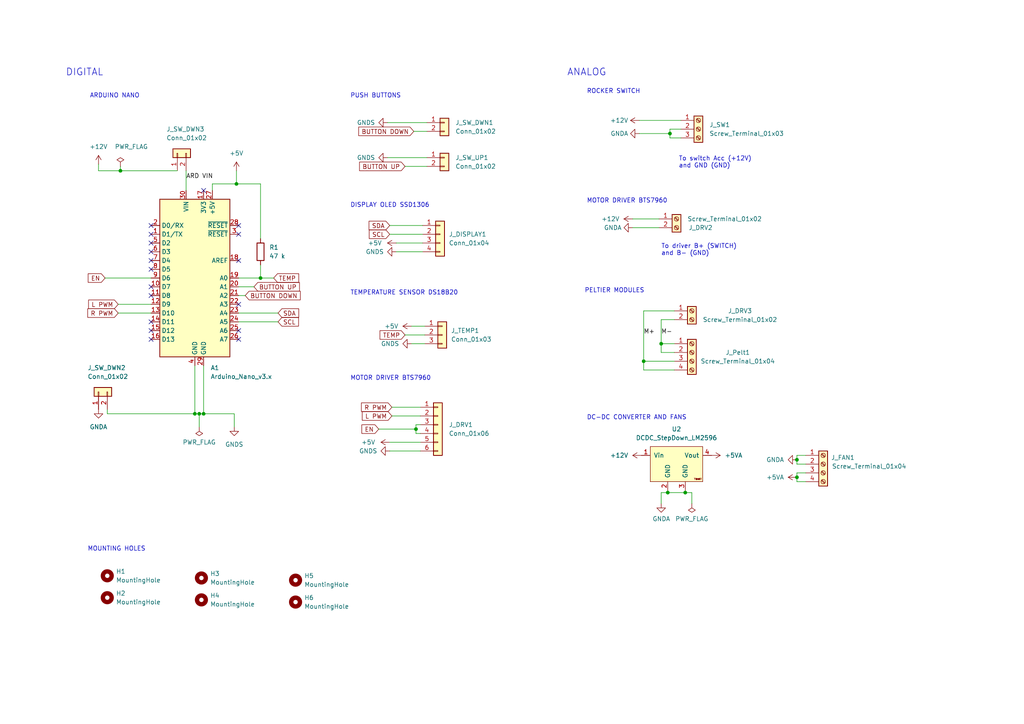
<source format=kicad_sch>
(kicad_sch (version 20211123) (generator eeschema)
  (paper "A4")
  (lib_symbols
    (symbol "Components:YAAJ_DCDC_StepDown_LM2596" (pin_names (offset 1.016))
      (property "Reference" "U" (at -5.08 6.35 0))
      (property "Value" "YAAJ_DCDC_StepDown_LM2596" (at 0 11.43 0))
      (symbol "YAAJ_DCDC_StepDown_LM2596_0_1"
        (rectangle (start -7.62 5.08) (end 7.62 -5.08) (fill (type background)))
      )
      (symbol "YAAJ_DCDC_StepDown_LM2596_1_1"
        (text "Y@@V" (at 6.1976 -4.2672 0) (effects (font (size 0.508 0.508))))
        (pin power_in line (at -10.16 2.54 0) (length 2.54) (name "Vin") (number "1"))
        (pin power_in line (at -2.54 -7.62 90) (length 2.54) (name "GND") (number "2"))
        (pin power_in line (at 2.54 -7.62 90) (length 2.54) (name "GND") (number "3"))
        (pin power_out line (at 10.16 2.54 180) (length 2.54) (name "Vout") (number "4"))
      )
    )
    (symbol "Connector:Screw_Terminal_01x02" (pin_names (offset 1.016) hide)
      (property "Reference" "J" (at 0 2.54 0))
      (property "Value" "Screw_Terminal_01x02" (at 0 -5.08 0))
      (symbol "Screw_Terminal_01x02_1_1"
        (rectangle (start -1.27 1.27) (end 1.27 -3.81) (stroke (width 0.254)) (fill (type background)))
        (circle (center 0 -2.54) (radius 0.635) (stroke (width 0.1524)))
        (polyline (pts (xy -0.5334 -2.2098) (xy 0.3302 -3.048)) (stroke (width 0.1524)))
        (polyline (pts (xy -0.5334 0.3302) (xy 0.3302 -0.508)) (stroke (width 0.1524)))
        (polyline (pts (xy -0.3556 -2.032) (xy 0.508 -2.8702)) (stroke (width 0.1524)))
        (polyline (pts (xy -0.3556 0.508) (xy 0.508 -0.3302)) (stroke (width 0.1524)))
        (circle (center 0 0) (radius 0.635) (stroke (width 0.1524)))
        (pin passive line (at -5.08 0 0) (length 3.81) (name "Pin_1") (number "1"))
        (pin passive line (at -5.08 -2.54 0) (length 3.81) (name "Pin_2") (number "2"))
      )
    )
    (symbol "Connector:Screw_Terminal_01x03" (pin_names (offset 1.016) hide)
      (property "Reference" "J" (at 0 5.08 0))
      (property "Value" "Screw_Terminal_01x03" (at 0 -5.08 0))
      (symbol "Screw_Terminal_01x03_1_1"
        (rectangle (start -1.27 3.81) (end 1.27 -3.81) (stroke (width 0.254)) (fill (type background)))
        (circle (center 0 -2.54) (radius 0.635) (stroke (width 0.1524)))
        (polyline (pts (xy -0.5334 -2.2098) (xy 0.3302 -3.048)) (stroke (width 0.1524)))
        (polyline (pts (xy -0.5334 0.3302) (xy 0.3302 -0.508)) (stroke (width 0.1524)))
        (polyline (pts (xy -0.5334 2.8702) (xy 0.3302 2.032)) (stroke (width 0.1524)))
        (polyline (pts (xy -0.3556 -2.032) (xy 0.508 -2.8702)) (stroke (width 0.1524)))
        (polyline (pts (xy -0.3556 0.508) (xy 0.508 -0.3302)) (stroke (width 0.1524)))
        (polyline (pts (xy -0.3556 3.048) (xy 0.508 2.2098)) (stroke (width 0.1524)))
        (circle (center 0 0) (radius 0.635) (stroke (width 0.1524)))
        (circle (center 0 2.54) (radius 0.635) (stroke (width 0.1524)))
        (pin passive line (at -5.08 2.54 0) (length 3.81) (name "Pin_1") (number "1"))
        (pin passive line (at -5.08 0 0) (length 3.81) (name "Pin_2") (number "2"))
        (pin passive line (at -5.08 -2.54 0) (length 3.81) (name "Pin_3") (number "3"))
      )
    )
    (symbol "Connector:Screw_Terminal_01x04" (pin_names (offset 1.016) hide)
      (property "Reference" "J" (at 0 5.08 0))
      (property "Value" "Screw_Terminal_01x04" (at 0 -7.62 0))
      (symbol "Screw_Terminal_01x04_1_1"
        (rectangle (start -1.27 3.81) (end 1.27 -6.35) (stroke (width 0.254)) (fill (type background)))
        (circle (center 0 -5.08) (radius 0.635) (stroke (width 0.1524)))
        (circle (center 0 -2.54) (radius 0.635) (stroke (width 0.1524)))
        (polyline (pts (xy -0.5334 -4.7498) (xy 0.3302 -5.588)) (stroke (width 0.1524)))
        (polyline (pts (xy -0.5334 -2.2098) (xy 0.3302 -3.048)) (stroke (width 0.1524)))
        (polyline (pts (xy -0.5334 0.3302) (xy 0.3302 -0.508)) (stroke (width 0.1524)))
        (polyline (pts (xy -0.5334 2.8702) (xy 0.3302 2.032)) (stroke (width 0.1524)))
        (polyline (pts (xy -0.3556 -4.572) (xy 0.508 -5.4102)) (stroke (width 0.1524)))
        (polyline (pts (xy -0.3556 -2.032) (xy 0.508 -2.8702)) (stroke (width 0.1524)))
        (polyline (pts (xy -0.3556 0.508) (xy 0.508 -0.3302)) (stroke (width 0.1524)))
        (polyline (pts (xy -0.3556 3.048) (xy 0.508 2.2098)) (stroke (width 0.1524)))
        (circle (center 0 0) (radius 0.635) (stroke (width 0.1524)))
        (circle (center 0 2.54) (radius 0.635) (stroke (width 0.1524)))
        (pin passive line (at -5.08 2.54 0) (length 3.81) (name "Pin_1") (number "1"))
        (pin passive line (at -5.08 0 0) (length 3.81) (name "Pin_2") (number "2"))
        (pin passive line (at -5.08 -2.54 0) (length 3.81) (name "Pin_3") (number "3"))
        (pin passive line (at -5.08 -5.08 0) (length 3.81) (name "Pin_4") (number "4"))
      )
    )
    (symbol "Connector_Generic:Conn_01x02" (pin_names (offset 1.016) hide)
      (property "Reference" "J" (at 0 2.54 0))
      (property "Value" "Conn_01x02" (at 0 -5.08 0))
      (symbol "Conn_01x02_1_1"
        (rectangle (start -1.27 -2.413) (end 0 -2.667) (stroke (width 0.1524)))
        (rectangle (start -1.27 0.127) (end 0 -0.127) (stroke (width 0.1524)))
        (rectangle (start -1.27 1.27) (end 1.27 -3.81) (stroke (width 0.254)) (fill (type background)))
        (pin passive line (at -5.08 0 0) (length 3.81) (name "Pin_1") (number "1"))
        (pin passive line (at -5.08 -2.54 0) (length 3.81) (name "Pin_2") (number "2"))
      )
    )
    (symbol "Connector_Generic:Conn_01x03" (pin_names (offset 1.016) hide)
      (property "Reference" "J" (at 0 5.08 0))
      (property "Value" "Conn_01x03" (at 0 -5.08 0))
      (symbol "Conn_01x03_1_1"
        (rectangle (start -1.27 -2.413) (end 0 -2.667) (stroke (width 0.1524)))
        (rectangle (start -1.27 0.127) (end 0 -0.127) (stroke (width 0.1524)))
        (rectangle (start -1.27 2.667) (end 0 2.413) (stroke (width 0.1524)))
        (rectangle (start -1.27 3.81) (end 1.27 -3.81) (stroke (width 0.254)) (fill (type background)))
        (pin passive line (at -5.08 2.54 0) (length 3.81) (name "Pin_1") (number "1"))
        (pin passive line (at -5.08 0 0) (length 3.81) (name "Pin_2") (number "2"))
        (pin passive line (at -5.08 -2.54 0) (length 3.81) (name "Pin_3") (number "3"))
      )
    )
    (symbol "Connector_Generic:Conn_01x04" (pin_names (offset 1.016) hide)
      (property "Reference" "J" (at 0 5.08 0))
      (property "Value" "Conn_01x04" (at 0 -7.62 0))
      (symbol "Conn_01x04_1_1"
        (rectangle (start -1.27 -4.953) (end 0 -5.207) (stroke (width 0.1524)))
        (rectangle (start -1.27 -2.413) (end 0 -2.667) (stroke (width 0.1524)))
        (rectangle (start -1.27 0.127) (end 0 -0.127) (stroke (width 0.1524)))
        (rectangle (start -1.27 2.667) (end 0 2.413) (stroke (width 0.1524)))
        (rectangle (start -1.27 3.81) (end 1.27 -6.35) (stroke (width 0.254)) (fill (type background)))
        (pin passive line (at -5.08 2.54 0) (length 3.81) (name "Pin_1") (number "1"))
        (pin passive line (at -5.08 0 0) (length 3.81) (name "Pin_2") (number "2"))
        (pin passive line (at -5.08 -2.54 0) (length 3.81) (name "Pin_3") (number "3"))
        (pin passive line (at -5.08 -5.08 0) (length 3.81) (name "Pin_4") (number "4"))
      )
    )
    (symbol "Connector_Generic:Conn_01x06" (pin_names (offset 1.016) hide)
      (property "Reference" "J" (at 0 7.62 0))
      (property "Value" "Conn_01x06" (at 0 -10.16 0))
      (symbol "Conn_01x06_1_1"
        (rectangle (start -1.27 -7.493) (end 0 -7.747) (stroke (width 0.1524)))
        (rectangle (start -1.27 -4.953) (end 0 -5.207) (stroke (width 0.1524)))
        (rectangle (start -1.27 -2.413) (end 0 -2.667) (stroke (width 0.1524)))
        (rectangle (start -1.27 0.127) (end 0 -0.127) (stroke (width 0.1524)))
        (rectangle (start -1.27 2.667) (end 0 2.413) (stroke (width 0.1524)))
        (rectangle (start -1.27 5.207) (end 0 4.953) (stroke (width 0.1524)))
        (rectangle (start -1.27 6.35) (end 1.27 -8.89) (stroke (width 0.254)) (fill (type background)))
        (pin passive line (at -5.08 5.08 0) (length 3.81) (name "Pin_1") (number "1"))
        (pin passive line (at -5.08 2.54 0) (length 3.81) (name "Pin_2") (number "2"))
        (pin passive line (at -5.08 0 0) (length 3.81) (name "Pin_3") (number "3"))
        (pin passive line (at -5.08 -2.54 0) (length 3.81) (name "Pin_4") (number "4"))
        (pin passive line (at -5.08 -5.08 0) (length 3.81) (name "Pin_5") (number "5"))
        (pin passive line (at -5.08 -7.62 0) (length 3.81) (name "Pin_6") (number "6"))
      )
    )
    (symbol "Device:R" (pin_numbers hide) (pin_names (offset 0))
      (property "Reference" "R" (at 2.032 0 90))
      (property "Value" "R" (at 0 0 90))
      (symbol "R_0_1"
        (rectangle (start -1.016 -2.54) (end 1.016 2.54) (stroke (width 0.254)))
      )
      (symbol "R_1_1"
        (pin passive line (at 0 3.81 270) (length 1.27) (name "~") (number "1"))
        (pin passive line (at 0 -3.81 90) (length 1.27) (name "~") (number "2"))
      )
    )
    (symbol "MCU_Module:Arduino_Nano_v3.x"
      (property "Reference" "A" (at -10.16 23.495 0))
      (property "Value" "Arduino_Nano_v3.x" (at 5.08 -24.13 0))
      (symbol "Arduino_Nano_v3.x_0_1"
        (rectangle (start -10.16 22.86) (end 10.16 -22.86) (stroke (width 0.254)) (fill (type background)))
      )
      (symbol "Arduino_Nano_v3.x_1_1"
        (pin bidirectional line (at -12.7 12.7 0) (length 2.54) (name "D1/TX") (number "1"))
        (pin bidirectional line (at -12.7 -2.54 0) (length 2.54) (name "D7") (number "10"))
        (pin bidirectional line (at -12.7 -5.08 0) (length 2.54) (name "D8") (number "11"))
        (pin bidirectional line (at -12.7 -7.62 0) (length 2.54) (name "D9") (number "12"))
        (pin bidirectional line (at -12.7 -10.16 0) (length 2.54) (name "D10") (number "13"))
        (pin bidirectional line (at -12.7 -12.7 0) (length 2.54) (name "D11") (number "14"))
        (pin bidirectional line (at -12.7 -15.24 0) (length 2.54) (name "D12") (number "15"))
        (pin bidirectional line (at -12.7 -17.78 0) (length 2.54) (name "D13") (number "16"))
        (pin power_out line (at 2.54 25.4 270) (length 2.54) (name "3V3") (number "17"))
        (pin input line (at 12.7 5.08 180) (length 2.54) (name "AREF") (number "18"))
        (pin bidirectional line (at 12.7 0 180) (length 2.54) (name "A0") (number "19"))
        (pin bidirectional line (at -12.7 15.24 0) (length 2.54) (name "D0/RX") (number "2"))
        (pin bidirectional line (at 12.7 -2.54 180) (length 2.54) (name "A1") (number "20"))
        (pin bidirectional line (at 12.7 -5.08 180) (length 2.54) (name "A2") (number "21"))
        (pin bidirectional line (at 12.7 -7.62 180) (length 2.54) (name "A3") (number "22"))
        (pin bidirectional line (at 12.7 -10.16 180) (length 2.54) (name "A4") (number "23"))
        (pin bidirectional line (at 12.7 -12.7 180) (length 2.54) (name "A5") (number "24"))
        (pin bidirectional line (at 12.7 -15.24 180) (length 2.54) (name "A6") (number "25"))
        (pin bidirectional line (at 12.7 -17.78 180) (length 2.54) (name "A7") (number "26"))
        (pin power_out line (at 5.08 25.4 270) (length 2.54) (name "+5V") (number "27"))
        (pin input line (at 12.7 15.24 180) (length 2.54) (name "~{RESET}") (number "28"))
        (pin power_in line (at 2.54 -25.4 90) (length 2.54) (name "GND") (number "29"))
        (pin input line (at 12.7 12.7 180) (length 2.54) (name "~{RESET}") (number "3"))
        (pin power_in line (at -2.54 25.4 270) (length 2.54) (name "VIN") (number "30"))
        (pin power_in line (at 0 -25.4 90) (length 2.54) (name "GND") (number "4"))
        (pin bidirectional line (at -12.7 10.16 0) (length 2.54) (name "D2") (number "5"))
        (pin bidirectional line (at -12.7 7.62 0) (length 2.54) (name "D3") (number "6"))
        (pin bidirectional line (at -12.7 5.08 0) (length 2.54) (name "D4") (number "7"))
        (pin bidirectional line (at -12.7 2.54 0) (length 2.54) (name "D5") (number "8"))
        (pin bidirectional line (at -12.7 0 0) (length 2.54) (name "D6") (number "9"))
      )
    )
    (symbol "Mechanical:MountingHole" (pin_names (offset 1.016))
      (property "Reference" "H" (at 0 5.08 0))
      (property "Value" "MountingHole" (at 0 3.175 0))
      (symbol "MountingHole_0_1"
        (circle (center 0 0) (radius 1.27) (stroke (width 1.27)))
      )
    )
    (symbol "power:+12V" (power) (pin_names (offset 0))
      (property "Value" "+12V" (at 0 3.556 0))
      (symbol "+12V_0_1"
        (polyline (pts (xy -0.762 1.27) (xy 0 2.54)))
        (polyline (pts (xy 0 0) (xy 0 2.54)))
        (polyline (pts (xy 0 2.54) (xy 0.762 1.27)))
      )
      (symbol "+12V_1_1"
        (pin power_in line (at 0 0 90) (length 0) hide (name "+12V") (number "1"))
      )
    )
    (symbol "power:+5V" (power) (pin_names (offset 0))
      (property "Value" "+5V" (at 0 3.556 0))
      (symbol "+5V_0_1"
        (polyline (pts (xy -0.762 1.27) (xy 0 2.54)))
        (polyline (pts (xy 0 0) (xy 0 2.54)))
        (polyline (pts (xy 0 2.54) (xy 0.762 1.27)))
      )
      (symbol "+5V_1_1"
        (pin power_in line (at 0 0 90) (length 0) hide (name "+5V") (number "1"))
      )
    )
    (symbol "power:+5VA" (power) (pin_names (offset 0))
      (property "Value" "+5VA" (at 0 3.556 0))
      (symbol "+5VA_0_1"
        (polyline (pts (xy -0.762 1.27) (xy 0 2.54)))
        (polyline (pts (xy 0 0) (xy 0 2.54)))
        (polyline (pts (xy 0 2.54) (xy 0.762 1.27)))
      )
      (symbol "+5VA_1_1"
        (pin power_in line (at 0 0 90) (length 0) hide (name "+5VA") (number "1"))
      )
    )
    (symbol "power:GNDA" (power) (pin_names (offset 0))
      (property "Value" "GNDA" (at 0 -3.81 0))
      (symbol "GNDA_0_1"
        (polyline (pts (xy 0 0) (xy 0 -1.27) (xy 1.27 -1.27) (xy 0 -2.54) (xy -1.27 -1.27) (xy 0 -1.27)))
      )
      (symbol "GNDA_1_1"
        (pin power_in line (at 0 0 270) (length 0) hide (name "GNDA") (number "1"))
      )
    )
    (symbol "power:GNDS" (power) (pin_names (offset 0))
      (property "Value" "GNDS" (at 0 -3.81 0))
      (symbol "GNDS_0_1"
        (polyline (pts (xy 0 0) (xy 0 -1.27) (xy 1.27 -1.27) (xy 0 -2.54) (xy -1.27 -1.27) (xy 0 -1.27)))
      )
      (symbol "GNDS_1_1"
        (pin power_in line (at 0 0 270) (length 0) hide (name "GNDS") (number "1"))
      )
    )
    (symbol "power:PWR_FLAG" (power) (pin_numbers hide) (pin_names (offset 0) hide)
      (property "Value" "PWR_FLAG" (at 0 3.81 0))
      (symbol "PWR_FLAG_0_0"
        (pin power_out line (at 0 0 90) (length 0) (name "pwr") (number "1"))
      )
      (symbol "PWR_FLAG_0_1"
        (polyline (pts (xy 0 0) (xy 0 1.27) (xy -1.016 1.905) (xy 0 2.54) (xy 1.016 1.905) (xy 0 1.27)))
      )
    )
  )
  (junction (at 231.14 133.35))
  (junction (at 59.055 120.015))
  (junction (at 34.925 49.53))
  (junction (at 231.14 138.43))
  (junction (at 56.515 120.015))
  (junction (at 57.785 120.015))
  (junction (at 68.58 53.34))
  (junction (at 193.675 142.875))
  (junction (at 75.565 80.645))
  (junction (at 191.77 99.695))
  (junction (at 120.65 124.46))
  (junction (at 186.69 104.775))
  (junction (at 198.755 142.875))
  (junction (at 194.31 38.735))
  (no_connect (at 43.815 93.345))
  (no_connect (at 69.215 65.405))
  (no_connect (at 69.215 67.945))
  (no_connect (at 43.815 67.945))
  (no_connect (at 43.815 65.405))
  (no_connect (at 43.815 95.885))
  (no_connect (at 59.055 55.245))
  (no_connect (at 43.815 98.425))
  (no_connect (at 43.815 85.725))
  (no_connect (at 43.815 75.565))
  (no_connect (at 43.815 78.105))
  (no_connect (at 69.215 95.885))
  (no_connect (at 69.215 98.425))
  (no_connect (at 43.815 73.025))
  (no_connect (at 69.215 88.265))
  (no_connect (at 43.815 70.485))
  (no_connect (at 69.215 75.565))
  (no_connect (at 43.815 83.185))
  (wire (pts (xy 113.03 130.81) (xy 121.92 130.81)))
  (wire (pts (xy 120.015 38.1) (xy 123.825 38.1)))
  (wire (pts (xy 34.29 90.805) (xy 43.815 90.805)))
  (wire (pts (xy 117.475 97.155) (xy 123.19 97.155)))
  (wire (pts (xy 231.14 133.35) (xy 231.14 134.62)))
  (wire (pts (xy 186.69 104.775) (xy 186.69 107.315)))
  (wire (pts (xy 57.785 120.015) (xy 57.785 123.825)))
  (wire (pts (xy 193.675 142.875) (xy 198.755 142.875)))
  (wire (pts (xy 28.575 49.53) (xy 34.925 49.53)))
  (wire (pts (xy 113.03 67.945) (xy 122.555 67.945)))
  (wire (pts (xy 231.14 138.43) (xy 231.14 139.7)))
  (wire (pts (xy 233.68 134.62) (xy 231.14 134.62)))
  (wire (pts (xy 231.14 132.08) (xy 231.14 133.35)))
  (wire (pts (xy 200.66 142.875) (xy 200.66 146.05)))
  (wire (pts (xy 119.38 94.615) (xy 123.19 94.615)))
  (wire (pts (xy 56.515 106.045) (xy 56.515 120.015)))
  (wire (pts (xy 69.215 90.805) (xy 80.645 90.805)))
  (wire (pts (xy 75.565 76.835) (xy 75.565 80.645)))
  (wire (pts (xy 114.935 73.025) (xy 122.555 73.025)))
  (wire (pts (xy 114.935 70.485) (xy 122.555 70.485)))
  (wire (pts (xy 31.115 120.015) (xy 56.515 120.015)))
  (wire (pts (xy 183.515 66.04) (xy 191.135 66.04)))
  (wire (pts (xy 193.675 142.24) (xy 193.675 142.875)))
  (wire (pts (xy 31.115 120.015) (xy 31.115 118.745)))
  (wire (pts (xy 194.31 40.005) (xy 194.31 38.735)))
  (wire (pts (xy 191.77 99.695) (xy 195.58 99.695)))
  (wire (pts (xy 191.77 142.875) (xy 191.77 146.05)))
  (wire (pts (xy 120.65 125.73) (xy 120.65 124.46)))
  (wire (pts (xy 75.565 80.645) (xy 79.375 80.645)))
  (wire (pts (xy 113.03 128.27) (xy 121.92 128.27)))
  (wire (pts (xy 67.945 120.015) (xy 59.055 120.015)))
  (wire (pts (xy 119.38 99.695) (xy 123.19 99.695)))
  (wire (pts (xy 194.31 37.465) (xy 197.485 37.465)))
  (wire (pts (xy 67.945 120.015) (xy 67.945 123.825)))
  (wire (pts (xy 75.565 53.34) (xy 68.58 53.34)))
  (wire (pts (xy 186.69 104.775) (xy 195.58 104.775)))
  (wire (pts (xy 68.58 53.34) (xy 61.595 53.34)))
  (wire (pts (xy 231.14 137.16) (xy 231.14 138.43)))
  (wire (pts (xy 34.925 49.53) (xy 34.925 48.26)))
  (wire (pts (xy 198.755 142.875) (xy 200.66 142.875)))
  (wire (pts (xy 198.755 142.24) (xy 198.755 142.875)))
  (wire (pts (xy 194.31 38.735) (xy 194.31 37.465)))
  (wire (pts (xy 112.395 35.56) (xy 123.825 35.56)))
  (wire (pts (xy 68.58 49.53) (xy 68.58 53.34)))
  (wire (pts (xy 69.215 83.185) (xy 73.66 83.185)))
  (wire (pts (xy 195.58 92.71) (xy 191.77 92.71)))
  (wire (pts (xy 191.77 99.695) (xy 191.77 102.235)))
  (wire (pts (xy 112.395 45.72) (xy 123.825 45.72)))
  (wire (pts (xy 53.975 49.53) (xy 53.975 55.245)))
  (wire (pts (xy 113.03 65.405) (xy 122.555 65.405)))
  (wire (pts (xy 195.58 90.17) (xy 186.69 90.17)))
  (wire (pts (xy 186.69 90.17) (xy 186.69 104.775)))
  (wire (pts (xy 120.65 123.19) (xy 121.92 123.19)))
  (wire (pts (xy 120.65 124.46) (xy 120.65 123.19)))
  (wire (pts (xy 51.435 49.53) (xy 34.925 49.53)))
  (wire (pts (xy 113.665 118.11) (xy 121.92 118.11)))
  (wire (pts (xy 195.58 102.235) (xy 191.77 102.235)))
  (wire (pts (xy 185.42 34.925) (xy 197.485 34.925)))
  (wire (pts (xy 75.565 53.34) (xy 75.565 69.215)))
  (wire (pts (xy 30.48 80.645) (xy 43.815 80.645)))
  (wire (pts (xy 56.515 120.015) (xy 57.785 120.015)))
  (wire (pts (xy 34.29 88.265) (xy 43.815 88.265)))
  (wire (pts (xy 231.14 137.16) (xy 233.68 137.16)))
  (wire (pts (xy 191.77 92.71) (xy 191.77 99.695)))
  (wire (pts (xy 183.515 63.5) (xy 191.135 63.5)))
  (wire (pts (xy 121.92 125.73) (xy 120.65 125.73)))
  (wire (pts (xy 69.215 80.645) (xy 75.565 80.645)))
  (wire (pts (xy 109.855 124.46) (xy 120.65 124.46)))
  (wire (pts (xy 69.215 93.345) (xy 80.645 93.345)))
  (wire (pts (xy 191.77 142.875) (xy 193.675 142.875)))
  (wire (pts (xy 61.595 53.34) (xy 61.595 55.245)))
  (wire (pts (xy 186.69 107.315) (xy 195.58 107.315)))
  (wire (pts (xy 117.475 48.26) (xy 123.825 48.26)))
  (wire (pts (xy 59.055 106.045) (xy 59.055 120.015)))
  (wire (pts (xy 28.575 47.625) (xy 28.575 49.53)))
  (wire (pts (xy 233.68 132.08) (xy 231.14 132.08)))
  (wire (pts (xy 113.665 120.65) (xy 121.92 120.65)))
  (wire (pts (xy 185.42 38.735) (xy 194.31 38.735)))
  (wire (pts (xy 197.485 40.005) (xy 194.31 40.005)))
  (wire (pts (xy 69.215 85.725) (xy 71.12 85.725)))
  (wire (pts (xy 57.785 120.015) (xy 59.055 120.015)))
  (wire (pts (xy 233.68 139.7) (xy 231.14 139.7)))
  (text "To switch Acc (+12V)\nand GND (GND)" (at 196.85 48.895 0) (effects (font (size 1.27 1.27)) (justify left bottom)))
  (text "ROCKER SWITCH" (at 170.18 27.305 0) (effects (font (size 1.27 1.27)) (justify left bottom)))
  (text "DISPLAY OLED SSD1306" (at 101.6 60.325 0) (effects (font (size 1.27 1.27)) (justify left bottom)))
  (text "MOUNTING HOLES" (at 25.4 160.02 0) (effects (font (size 1.27 1.27)) (justify left bottom)))
  (text "TEMPERATURE SENSOR DS18B20" (at 101.6 85.725 0) (effects (font (size 1.27 1.27)) (justify left bottom)))
  (text "PELTIER MODULES" (at 169.545 85.09 0) (effects (font (size 1.27 1.27)) (justify left bottom)))
  (text "DIGITAL" (at 19.05 22.225 0) (effects (font (size 2 2)) (justify left bottom)))
  (text "ARDUINO NANO" (at 26.035 28.575 0) (effects (font (size 1.27 1.27)) (justify left bottom)))
  (text "DC-DC CONVERTER AND FANS" (at 170.18 121.92 0) (effects (font (size 1.27 1.27)) (justify left bottom)))
  (text "PUSH BUTTONS" (at 101.6 28.575 0) (effects (font (size 1.27 1.27)) (justify left bottom)))
  (text "ANALOG" (at 164.465 22.225 0) (effects (font (size 2 2)) (justify left bottom)))
  (text "To driver B+ (SWITCH)\nand B- (GND)" (at 191.77 74.295 0) (effects (font (size 1.27 1.27)) (justify left bottom)))
  (text "MOTOR DRIVER BTS7960" (at 101.6 110.49 0) (effects (font (size 1.27 1.27)) (justify left bottom)))
  (text "MOTOR DRIVER BTS7960" (at 170.18 59.055 0) (effects (font (size 1.27 1.27)) (justify left bottom)))
  (label "ARD VIN" (at 53.975 52.07 0))
  (label "M-" (at 191.77 97.155 0))
  (label "M+" (at 186.69 97.155 0))
  (global_label "BUTTON DOWN" (shape input) (at 120.015 38.1 180) (property "Intersheet References" "${INTERSHEET_REFS}" (effects hide)))
  (global_label "R PWM" (shape input) (at 34.29 90.805 180) (property "Intersheet References" "${INTERSHEET_REFS}" (effects hide)))
  (global_label "BUTTON DOWN" (shape input) (at 71.12 85.725 0) (property "Intersheet References" "${INTERSHEET_REFS}" (effects hide)))
  (global_label "SDA" (shape input) (at 80.645 90.805 0) (property "Intersheet References" "${INTERSHEET_REFS}" (effects hide)))
  (global_label "SCL" (shape input) (at 113.03 67.945 180) (property "Intersheet References" "${INTERSHEET_REFS}" (effects hide)))
  (global_label "TEMP" (shape input) (at 79.375 80.645 0) (property "Intersheet References" "${INTERSHEET_REFS}" (effects hide)))
  (global_label "TEMP" (shape input) (at 117.475 97.155 180) (property "Intersheet References" "${INTERSHEET_REFS}" (effects hide)))
  (global_label "SDA" (shape input) (at 113.03 65.405 180) (property "Intersheet References" "${INTERSHEET_REFS}" (effects hide)))
  (global_label "SCL" (shape input) (at 80.645 93.345 0) (property "Intersheet References" "${INTERSHEET_REFS}" (effects hide)))
  (global_label "BUTTON UP" (shape input) (at 73.66 83.185 0) (property "Intersheet References" "${INTERSHEET_REFS}" (effects hide)))
  (global_label "EN" (shape input) (at 30.48 80.645 180) (property "Intersheet References" "${INTERSHEET_REFS}" (effects hide)))
  (global_label "R PWM" (shape input) (at 113.665 118.11 180) (property "Intersheet References" "${INTERSHEET_REFS}" (effects hide)))
  (global_label "L PWM" (shape input) (at 113.665 120.65 180) (property "Intersheet References" "${INTERSHEET_REFS}" (effects hide)))
  (global_label "BUTTON UP" (shape input) (at 117.475 48.26 180) (property "Intersheet References" "${INTERSHEET_REFS}" (effects hide)))
  (global_label "L PWM" (shape input) (at 34.29 88.265 180) (property "Intersheet References" "${INTERSHEET_REFS}" (effects hide)))
  (global_label "EN" (shape input) (at 109.855 124.46 180) (property "Intersheet References" "${INTERSHEET_REFS}" (effects hide)))
  (symbol (lib_id "power:+5V") (at 113.03 128.27 90) (unit 1)
    (property "Reference" "#PWR04" (effects hide))
    (property "Value" "+5V" (at 104.775 128.27 90) (effects (justify right)))
  )
  (symbol (lib_id "power:GNDS") (at 113.03 130.81 270) (unit 1)
    (property "Reference" "#PWR09" (effects hide))
    (property "Value" "GNDS" (at 104.14 130.81 90) (effects (justify left)))
  )
  (symbol (lib_id "power:GNDA") (at 185.42 38.735 270) (unit 1)
    (property "Reference" "#PWR07" (effects hide))
    (property "Value" "GNDA" (at 182.245 38.7349 90) (effects (justify right)))
  )
  (symbol (lib_id "power:+5V") (at 68.58 49.53 0) (unit 1)
    (property "Reference" "#PWR01" (effects hide))
    (property "Value" "+5V" (at 68.58 44.45 0))
  )
  (symbol (lib_id "power:GNDA") (at 28.575 118.745 0) (unit 1)
    (property "Reference" "#PWR014" (effects hide))
    (property "Value" "GNDA" (at 28.575 123.825 0))
  )
  (symbol (lib_id "Connector_Generic:Conn_01x02") (at 128.905 45.72 0) (unit 1)
    (property "Reference" "J_SW_UP1" (at 132.08 45.7199 0) (effects (justify left)))
    (property "Value" "Conn_01x02" (at 132.08 48.2599 0) (effects (justify left)))
    (property "Footprint" "Connector_PinHeader_2.54mm:PinHeader_1x02_P2.54mm_Vertical" (effects hide))
  )
  (symbol (lib_id "power:PWR_FLAG") (at 57.785 123.825 180) (unit 1)
    (property "Reference" "#FLG0101" (effects hide))
    (property "Value" "PWR_FLAG" (at 57.785 128.27 0))
  )
  (symbol (lib_id "Connector:Screw_Terminal_01x04") (at 238.76 134.62 0) (unit 1)
    (property "Reference" "J_FAN1" (at 244.475 132.715 0))
    (property "Value" "Screw_Terminal_01x04" (at 252.095 135.255 0))
    (property "Footprint" "TerminalBlock:TerminalBlock_bornier-4_P5.08mm" (effects hide))
  )
  (symbol (lib_id "Connector:Screw_Terminal_01x02") (at 196.215 63.5 0) (unit 1)
    (property "Reference" "J_DRV2" (at 203.2 66.04 0))
    (property "Value" "Screw_Terminal_01x02" (at 210.185 63.5 0))
    (property "Footprint" "TerminalBlock:TerminalBlock_bornier-2_P5.08mm" (effects hide))
  )
  (symbol (lib_id "Mechanical:MountingHole") (at 58.42 167.64 0) (unit 1)
    (property "Reference" "H3" (at 60.96 166.3699 0) (effects (justify left)))
    (property "Value" "MountingHole" (at 60.96 168.9099 0) (effects (justify left)))
    (property "Footprint" "MountingHole:MountingHole_2.2mm_M2" (effects hide))
  )
  (symbol (lib_id "Connector_Generic:Conn_01x03") (at 128.27 97.155 0) (unit 1)
    (property "Reference" "J_TEMP1" (at 130.81 95.8849 0) (effects (justify left)))
    (property "Value" "Conn_01x03" (at 130.81 98.4249 0) (effects (justify left)))
    (property "Footprint" "Connector_PinHeader_2.54mm:PinHeader_1x03_P2.54mm_Vertical" (effects hide))
  )
  (symbol (lib_id "power:GNDS") (at 119.38 99.695 270) (unit 1)
    (property "Reference" "#PWR018" (effects hide))
    (property "Value" "GNDS" (at 110.49 99.695 90) (effects (justify left)))
  )
  (symbol (lib_id "Connector_Generic:Conn_01x02") (at 28.575 113.665 90) (unit 1)
    (property "Reference" "J_SW_DWN2" (at 25.4 106.68 90) (effects (justify right)))
    (property "Value" "Conn_01x02" (at 25.4 109.22 90) (effects (justify right)))
    (property "Footprint" "Connector_PinHeader_2.54mm:PinHeader_1x02_P2.54mm_Vertical" (effects hide))
  )
  (symbol (lib_id "Mechanical:MountingHole") (at 31.115 173.355 0) (unit 1)
    (property "Reference" "H2" (at 33.655 172.0849 0) (effects (justify left)))
    (property "Value" "MountingHole" (at 33.655 174.6249 0) (effects (justify left)))
    (property "Footprint" "MountingHole:MountingHole_2.2mm_M2" (effects hide))
  )
  (symbol (lib_id "Connector_Generic:Conn_01x02") (at 51.435 44.45 90) (unit 1)
    (property "Reference" "J_SW_DWN3" (at 48.26 37.465 90) (effects (justify right)))
    (property "Value" "Conn_01x02" (at 48.26 40.005 90) (effects (justify right)))
    (property "Footprint" "Connector_PinHeader_2.54mm:PinHeader_1x02_P2.54mm_Vertical" (effects hide))
  )
  (symbol (lib_id "Mechanical:MountingHole") (at 58.42 173.99 0) (unit 1)
    (property "Reference" "H4" (at 60.96 172.7199 0) (effects (justify left)))
    (property "Value" "MountingHole" (at 60.96 175.2599 0) (effects (justify left)))
    (property "Footprint" "MountingHole:MountingHole_2.2mm_M2" (effects hide))
  )
  (symbol (lib_id "power:PWR_FLAG") (at 34.925 48.26 0) (unit 1)
    (property "Reference" "#FLG01" (effects hide))
    (property "Value" "PWR_FLAG" (at 38.1 42.545 0))
  )
  (symbol (lib_id "power:PWR_FLAG") (at 200.66 146.05 0) (mirror x) (unit 1)
    (property "Reference" "#FLG0104" (effects hide))
    (property "Value" "PWR_FLAG" (at 200.66 150.495 0))
  )
  (symbol (lib_id "power:+12V") (at 183.515 63.5 90) (mirror x) (unit 1)
    (property "Reference" "#PWR015" (effects hide))
    (property "Value" "+12V" (at 179.705 63.5 90) (effects (justify left)))
  )
  (symbol (lib_id "Mechanical:MountingHole") (at 85.725 174.625 0) (unit 1)
    (property "Reference" "H6" (at 88.265 173.3549 0) (effects (justify left)))
    (property "Value" "MountingHole" (at 88.265 175.8949 0) (effects (justify left)))
    (property "Footprint" "MountingHole:MountingHole_3.2mm_M3" (effects hide))
  )
  (symbol (lib_id "MCU_Module:Arduino_Nano_v3.x") (at 56.515 80.645 0) (unit 1)
    (property "Reference" "A1" (at 61.0744 106.68 0) (effects (justify left)))
    (property "Value" "Arduino_Nano_v3.x" (at 61.0744 109.22 0) (effects (justify left)))
    (property "Footprint" "Module:Arduino_Nano" (effects hide))
    (property "Datasheet" "http://www.mouser.com/pdfdocs/Gravitech_Arduino_Nano3_0.pdf" (effects hide))
  )
  (symbol (lib_id "power:GNDS") (at 114.935 73.025 270) (unit 1)
    (property "Reference" "#PWR017" (effects hide))
    (property "Value" "GNDS" (at 106.045 73.025 90) (effects (justify left)))
  )
  (symbol (lib_id "power:+5VA") (at 231.14 138.43 90) (unit 1)
    (property "Reference" "#PWR021" (effects hide))
    (property "Value" "+5VA" (at 222.25 138.43 90) (effects (justify right)))
  )
  (symbol (lib_id "Connector_Generic:Conn_01x06") (at 127 123.19 0) (unit 1)
    (property "Reference" "J_DRV1" (at 130.175 123.1899 0) (effects (justify left)))
    (property "Value" "Conn_01x06" (at 130.175 125.7299 0) (effects (justify left)))
    (property "Footprint" "Connector_PinHeader_2.54mm:PinHeader_1x06_P2.54mm_Vertical" (effects hide))
  )
  (symbol (lib_id "Components:YAAJ_DCDC_StepDown_LM2596") (at 196.215 134.62 0) (unit 1)
    (property "Reference" "U2" (at 196.215 124.46 0))
    (property "Value" "DCDC_StepDown_LM2596" (at 196.215 127 0))
    (property "Footprint" "Components:YAAJ_DCDC_StepDown_LM2596" (effects hide))
  )
  (symbol (lib_id "Device:R") (at 75.565 73.025 180) (unit 1)
    (property "Reference" "R1" (at 78.105 71.7549 0) (effects (justify right)))
    (property "Value" "47 k" (at 78.105 74.2949 0) (effects (justify right)))
    (property "Footprint" "Resistor_THT:R_Axial_DIN0309_L9.0mm_D3.2mm_P12.70mm_Horizontal" (effects hide))
  )
  (symbol (lib_id "power:GNDA") (at 191.77 146.05 0) (unit 1)
    (property "Reference" "#PWR02" (effects hide))
    (property "Value" "GNDA" (at 189.23 150.495 0) (effects (justify left)))
  )
  (symbol (lib_id "power:+12V") (at 186.055 132.08 90) (mirror x) (unit 1)
    (property "Reference" "#PWR016" (effects hide))
    (property "Value" "+12V" (at 182.245 132.08 90) (effects (justify left)))
  )
  (symbol (lib_id "power:+5V") (at 119.38 94.615 90) (mirror x) (unit 1)
    (property "Reference" "#PWR06" (effects hide))
    (property "Value" "+5V" (at 115.57 94.6149 90) (effects (justify left)))
  )
  (symbol (lib_id "power:GNDS") (at 112.395 45.72 270) (mirror x) (unit 1)
    (property "Reference" "#PWR013" (effects hide))
    (property "Value" "GNDS" (at 103.505 45.72 90) (effects (justify left)))
  )
  (symbol (lib_id "Mechanical:MountingHole") (at 31.115 167.005 0) (unit 1)
    (property "Reference" "H1" (at 33.655 165.7349 0) (effects (justify left)))
    (property "Value" "MountingHole" (at 33.655 168.2749 0) (effects (justify left)))
    (property "Footprint" "MountingHole:MountingHole_2.2mm_M2" (effects hide))
  )
  (symbol (lib_id "power:GNDA") (at 183.515 66.04 270) (unit 1)
    (property "Reference" "#PWR010" (effects hide))
    (property "Value" "GNDA" (at 180.34 66.0399 90) (effects (justify right)))
  )
  (symbol (lib_id "Connector_Generic:Conn_01x02") (at 128.905 35.56 0) (unit 1)
    (property "Reference" "J_SW_DWN1" (at 132.08 35.5599 0) (effects (justify left)))
    (property "Value" "Conn_01x02" (at 132.08 38.0999 0) (effects (justify left)))
    (property "Footprint" "Connector_PinHeader_2.54mm:PinHeader_1x02_P2.54mm_Vertical" (effects hide))
  )
  (symbol (lib_id "Connector:Screw_Terminal_01x02") (at 200.66 90.17 0) (unit 1)
    (property "Reference" "J_DRV3" (at 214.63 90.17 0))
    (property "Value" "Screw_Terminal_01x02" (at 214.63 92.71 0))
    (property "Footprint" "TerminalBlock:TerminalBlock_bornier-2_P5.08mm" (effects hide))
  )
  (symbol (lib_id "power:+5V") (at 114.935 70.485 90) (unit 1)
    (property "Reference" "#PWR011" (effects hide))
    (property "Value" "+5V" (at 106.68 70.485 90) (effects (justify right)))
  )
  (symbol (lib_id "Connector:Screw_Terminal_01x04") (at 200.66 102.235 0) (unit 1)
    (property "Reference" "J_Pelt1" (at 213.995 102.235 0))
    (property "Value" "Screw_Terminal_01x04" (at 213.995 104.775 0))
    (property "Footprint" "TerminalBlock:TerminalBlock_bornier-4_P5.08mm" (effects hide))
  )
  (symbol (lib_id "Mechanical:MountingHole") (at 85.725 168.275 0) (unit 1)
    (property "Reference" "H5" (at 88.265 167.0049 0) (effects (justify left)))
    (property "Value" "MountingHole" (at 88.265 169.5449 0) (effects (justify left)))
    (property "Footprint" "MountingHole:MountingHole_3.2mm_M3" (effects hide))
  )
  (symbol (lib_id "power:+12V") (at 185.42 34.925 90) (mirror x) (unit 1)
    (property "Reference" "#PWR08" (effects hide))
    (property "Value" "+12V" (at 182.245 34.9249 90) (effects (justify left)))
  )
  (symbol (lib_id "power:+5VA") (at 206.375 132.08 270) (unit 1)
    (property "Reference" "#PWR019" (effects hide))
    (property "Value" "+5VA" (at 210.185 132.0799 90) (effects (justify left)))
  )
  (symbol (lib_id "power:+12V") (at 28.575 47.625 0) (unit 1)
    (property "Reference" "#PWR03" (effects hide))
    (property "Value" "+12V" (at 28.575 42.545 0))
  )
  (symbol (lib_id "Connector:Screw_Terminal_01x03") (at 202.565 37.465 0) (unit 1)
    (property "Reference" "J_SW1" (at 205.74 36.1949 0) (effects (justify left)))
    (property "Value" "Screw_Terminal_01x03" (at 205.74 38.7349 0) (effects (justify left)))
    (property "Footprint" "TerminalBlock:TerminalBlock_bornier-3_P5.08mm" (effects hide))
  )
  (symbol (lib_id "Connector_Generic:Conn_01x04") (at 127.635 67.945 0) (unit 1)
    (property "Reference" "J_DISPLAY1" (at 130.175 67.9449 0) (effects (justify left)))
    (property "Value" "Conn_01x04" (at 130.175 70.4849 0) (effects (justify left)))
    (property "Footprint" "Connector_PinHeader_2.54mm:PinHeader_1x04_P2.54mm_Vertical" (effects hide))
  )
  (symbol (lib_id "power:GNDA") (at 231.14 133.35 270) (unit 1)
    (property "Reference" "#PWR020" (effects hide))
    (property "Value" "GNDA" (at 222.25 133.35 90) (effects (justify left)))
  )
  (symbol (lib_id "power:GNDS") (at 112.395 35.56 270) (unit 1)
    (property "Reference" "#PWR012" (effects hide))
    (property "Value" "GNDS" (at 103.505 35.56 90) (effects (justify left)))
  )
  (symbol (lib_id "power:GNDS") (at 67.945 123.825 0) (unit 1)
    (property "Reference" "#PWR05" (effects hide))
    (property "Value" "GNDS" (at 67.945 128.905 0))
  )
)
</source>
